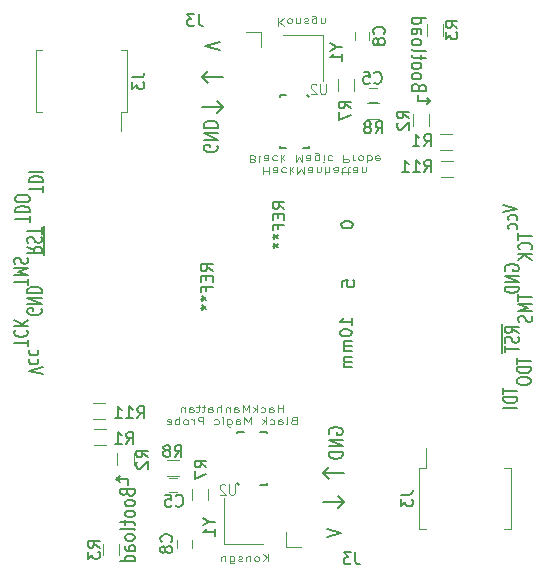
<source format=gbo>
%TF.GenerationSoftware,KiCad,Pcbnew,4.0.6*%
%TF.CreationDate,2017-04-20T11:48:03-04:00*%
%TF.ProjectId,Panel,50616E656C2E6B696361645F70636200,rev?*%
%TF.FileFunction,Legend,Bot*%
%FSLAX46Y46*%
G04 Gerber Fmt 4.6, Leading zero omitted, Abs format (unit mm)*
G04 Created by KiCad (PCBNEW 4.0.6) date Thu Apr 20 11:48:03 2017*
%MOMM*%
%LPD*%
G01*
G04 APERTURE LIST*
%ADD10C,0.100000*%
%ADD11C,0.150000*%
%ADD12C,0.120000*%
%ADD13C,0.200000*%
%ADD14C,0.203200*%
G04 APERTURE END LIST*
D10*
D11*
X143307857Y-126143143D02*
X142736429Y-125843143D01*
X143307857Y-125628858D02*
X142107857Y-125628858D01*
X142107857Y-125971715D01*
X142165000Y-126057429D01*
X142222143Y-126100286D01*
X142336429Y-126143143D01*
X142507857Y-126143143D01*
X142622143Y-126100286D01*
X142679286Y-126057429D01*
X142736429Y-125971715D01*
X142736429Y-125628858D01*
X143250714Y-126486001D02*
X143307857Y-126614572D01*
X143307857Y-126828858D01*
X143250714Y-126914572D01*
X143193571Y-126957429D01*
X143079286Y-127000286D01*
X142965000Y-127000286D01*
X142850714Y-126957429D01*
X142793571Y-126914572D01*
X142736429Y-126828858D01*
X142679286Y-126657429D01*
X142622143Y-126571715D01*
X142565000Y-126528858D01*
X142450714Y-126486001D01*
X142336429Y-126486001D01*
X142222143Y-126528858D01*
X142165000Y-126571715D01*
X142107857Y-126657429D01*
X142107857Y-126871715D01*
X142165000Y-127000286D01*
X142107857Y-127257429D02*
X142107857Y-127771715D01*
X143307857Y-127514572D02*
X142107857Y-127514572D01*
X141901000Y-125414572D02*
X141901000Y-127857429D01*
X141980857Y-130794572D02*
X141980857Y-131308858D01*
X143180857Y-131051715D02*
X141980857Y-131051715D01*
X143180857Y-131608858D02*
X141980857Y-131608858D01*
X141980857Y-131823143D01*
X142038000Y-131951715D01*
X142152286Y-132037429D01*
X142266571Y-132080286D01*
X142495143Y-132123143D01*
X142666571Y-132123143D01*
X142895143Y-132080286D01*
X143009429Y-132037429D01*
X143123714Y-131951715D01*
X143180857Y-131823143D01*
X143180857Y-131608858D01*
X143180857Y-132508858D02*
X141980857Y-132508858D01*
X143250857Y-122896000D02*
X143250857Y-123410286D01*
X144450857Y-123153143D02*
X143250857Y-123153143D01*
X144450857Y-123710286D02*
X143250857Y-123710286D01*
X144108000Y-124010286D01*
X143250857Y-124310286D01*
X144450857Y-124310286D01*
X144393714Y-124696000D02*
X144450857Y-124824571D01*
X144450857Y-125038857D01*
X144393714Y-125124571D01*
X144336571Y-125167428D01*
X144222286Y-125210285D01*
X144108000Y-125210285D01*
X143993714Y-125167428D01*
X143936571Y-125124571D01*
X143879429Y-125038857D01*
X143822286Y-124867428D01*
X143765143Y-124781714D01*
X143708000Y-124738857D01*
X143593714Y-124696000D01*
X143479429Y-124696000D01*
X143365143Y-124738857D01*
X143308000Y-124781714D01*
X143250857Y-124867428D01*
X143250857Y-125081714D01*
X143308000Y-125210285D01*
X143123857Y-128251429D02*
X143123857Y-128765715D01*
X144323857Y-128508572D02*
X143123857Y-128508572D01*
X144323857Y-129065715D02*
X143123857Y-129065715D01*
X143123857Y-129280000D01*
X143181000Y-129408572D01*
X143295286Y-129494286D01*
X143409571Y-129537143D01*
X143638143Y-129580000D01*
X143809571Y-129580000D01*
X144038143Y-129537143D01*
X144152429Y-129494286D01*
X144266714Y-129408572D01*
X144323857Y-129280000D01*
X144323857Y-129065715D01*
X143123857Y-130137143D02*
X143123857Y-130308572D01*
X143181000Y-130394286D01*
X143295286Y-130480000D01*
X143523857Y-130522858D01*
X143923857Y-130522858D01*
X144152429Y-130480000D01*
X144266714Y-130394286D01*
X144323857Y-130308572D01*
X144323857Y-130137143D01*
X144266714Y-130051429D01*
X144152429Y-129965715D01*
X143923857Y-129922858D01*
X143523857Y-129922858D01*
X143295286Y-129965715D01*
X143181000Y-130051429D01*
X143123857Y-130137143D01*
X142165000Y-120870286D02*
X142107857Y-120784572D01*
X142107857Y-120656001D01*
X142165000Y-120527429D01*
X142279286Y-120441715D01*
X142393571Y-120398858D01*
X142622143Y-120356001D01*
X142793571Y-120356001D01*
X143022143Y-120398858D01*
X143136429Y-120441715D01*
X143250714Y-120527429D01*
X143307857Y-120656001D01*
X143307857Y-120741715D01*
X143250714Y-120870286D01*
X143193571Y-120913143D01*
X142793571Y-120913143D01*
X142793571Y-120741715D01*
X143307857Y-121298858D02*
X142107857Y-121298858D01*
X143307857Y-121813143D01*
X142107857Y-121813143D01*
X143307857Y-122241715D02*
X142107857Y-122241715D01*
X142107857Y-122456000D01*
X142165000Y-122584572D01*
X142279286Y-122670286D01*
X142393571Y-122713143D01*
X142622143Y-122756000D01*
X142793571Y-122756000D01*
X143022143Y-122713143D01*
X143136429Y-122670286D01*
X143250714Y-122584572D01*
X143307857Y-122456000D01*
X143307857Y-122241715D01*
X143250857Y-117731857D02*
X143250857Y-118246143D01*
X144450857Y-117989000D02*
X143250857Y-117989000D01*
X144336571Y-119060428D02*
X144393714Y-119017571D01*
X144450857Y-118889000D01*
X144450857Y-118803286D01*
X144393714Y-118674714D01*
X144279429Y-118589000D01*
X144165143Y-118546143D01*
X143936571Y-118503286D01*
X143765143Y-118503286D01*
X143536571Y-118546143D01*
X143422286Y-118589000D01*
X143308000Y-118674714D01*
X143250857Y-118803286D01*
X143250857Y-118889000D01*
X143308000Y-119017571D01*
X143365143Y-119060428D01*
X144450857Y-119446143D02*
X143250857Y-119446143D01*
X144450857Y-119960428D02*
X143765143Y-119574714D01*
X143250857Y-119960428D02*
X143936571Y-119446143D01*
X141980857Y-115328571D02*
X143180857Y-115628571D01*
X141980857Y-115928571D01*
X143123714Y-116614286D02*
X143180857Y-116528572D01*
X143180857Y-116357143D01*
X143123714Y-116271429D01*
X143066571Y-116228572D01*
X142952286Y-116185715D01*
X142609429Y-116185715D01*
X142495143Y-116228572D01*
X142438000Y-116271429D01*
X142380857Y-116357143D01*
X142380857Y-116528572D01*
X142438000Y-116614286D01*
X143123714Y-117385715D02*
X143180857Y-117300001D01*
X143180857Y-117128572D01*
X143123714Y-117042858D01*
X143066571Y-117000001D01*
X142952286Y-116957144D01*
X142609429Y-116957144D01*
X142495143Y-117000001D01*
X142438000Y-117042858D01*
X142380857Y-117128572D01*
X142380857Y-117300001D01*
X142438000Y-117385715D01*
X103019143Y-129671429D02*
X101819143Y-129371429D01*
X103019143Y-129071429D01*
X101876286Y-128385714D02*
X101819143Y-128471428D01*
X101819143Y-128642857D01*
X101876286Y-128728571D01*
X101933429Y-128771428D01*
X102047714Y-128814285D01*
X102390571Y-128814285D01*
X102504857Y-128771428D01*
X102562000Y-128728571D01*
X102619143Y-128642857D01*
X102619143Y-128471428D01*
X102562000Y-128385714D01*
X101876286Y-127614285D02*
X101819143Y-127699999D01*
X101819143Y-127871428D01*
X101876286Y-127957142D01*
X101933429Y-127999999D01*
X102047714Y-128042856D01*
X102390571Y-128042856D01*
X102504857Y-127999999D01*
X102562000Y-127957142D01*
X102619143Y-127871428D01*
X102619143Y-127699999D01*
X102562000Y-127614285D01*
X101749143Y-127268143D02*
X101749143Y-126753857D01*
X100549143Y-127011000D02*
X101749143Y-127011000D01*
X100663429Y-125939572D02*
X100606286Y-125982429D01*
X100549143Y-126111000D01*
X100549143Y-126196714D01*
X100606286Y-126325286D01*
X100720571Y-126411000D01*
X100834857Y-126453857D01*
X101063429Y-126496714D01*
X101234857Y-126496714D01*
X101463429Y-126453857D01*
X101577714Y-126411000D01*
X101692000Y-126325286D01*
X101749143Y-126196714D01*
X101749143Y-126111000D01*
X101692000Y-125982429D01*
X101634857Y-125939572D01*
X100549143Y-125553857D02*
X101749143Y-125553857D01*
X100549143Y-125039572D02*
X101234857Y-125425286D01*
X101749143Y-125039572D02*
X101063429Y-125553857D01*
X102835000Y-124129714D02*
X102892143Y-124215428D01*
X102892143Y-124343999D01*
X102835000Y-124472571D01*
X102720714Y-124558285D01*
X102606429Y-124601142D01*
X102377857Y-124643999D01*
X102206429Y-124643999D01*
X101977857Y-124601142D01*
X101863571Y-124558285D01*
X101749286Y-124472571D01*
X101692143Y-124343999D01*
X101692143Y-124258285D01*
X101749286Y-124129714D01*
X101806429Y-124086857D01*
X102206429Y-124086857D01*
X102206429Y-124258285D01*
X101692143Y-123701142D02*
X102892143Y-123701142D01*
X101692143Y-123186857D01*
X102892143Y-123186857D01*
X101692143Y-122758285D02*
X102892143Y-122758285D01*
X102892143Y-122544000D01*
X102835000Y-122415428D01*
X102720714Y-122329714D01*
X102606429Y-122286857D01*
X102377857Y-122244000D01*
X102206429Y-122244000D01*
X101977857Y-122286857D01*
X101863571Y-122329714D01*
X101749286Y-122415428D01*
X101692143Y-122544000D01*
X101692143Y-122758285D01*
X101749143Y-122104000D02*
X101749143Y-121589714D01*
X100549143Y-121846857D02*
X101749143Y-121846857D01*
X100549143Y-121289714D02*
X101749143Y-121289714D01*
X100892000Y-120989714D01*
X101749143Y-120689714D01*
X100549143Y-120689714D01*
X100606286Y-120304000D02*
X100549143Y-120175429D01*
X100549143Y-119961143D01*
X100606286Y-119875429D01*
X100663429Y-119832572D01*
X100777714Y-119789715D01*
X100892000Y-119789715D01*
X101006286Y-119832572D01*
X101063429Y-119875429D01*
X101120571Y-119961143D01*
X101177714Y-120132572D01*
X101234857Y-120218286D01*
X101292000Y-120261143D01*
X101406286Y-120304000D01*
X101520571Y-120304000D01*
X101634857Y-120261143D01*
X101692000Y-120218286D01*
X101749143Y-120132572D01*
X101749143Y-119918286D01*
X101692000Y-119789715D01*
X101692143Y-118856857D02*
X102263571Y-119156857D01*
X101692143Y-119371142D02*
X102892143Y-119371142D01*
X102892143Y-119028285D01*
X102835000Y-118942571D01*
X102777857Y-118899714D01*
X102663571Y-118856857D01*
X102492143Y-118856857D01*
X102377857Y-118899714D01*
X102320714Y-118942571D01*
X102263571Y-119028285D01*
X102263571Y-119371142D01*
X101749286Y-118513999D02*
X101692143Y-118385428D01*
X101692143Y-118171142D01*
X101749286Y-118085428D01*
X101806429Y-118042571D01*
X101920714Y-117999714D01*
X102035000Y-117999714D01*
X102149286Y-118042571D01*
X102206429Y-118085428D01*
X102263571Y-118171142D01*
X102320714Y-118342571D01*
X102377857Y-118428285D01*
X102435000Y-118471142D01*
X102549286Y-118513999D01*
X102663571Y-118513999D01*
X102777857Y-118471142D01*
X102835000Y-118428285D01*
X102892143Y-118342571D01*
X102892143Y-118128285D01*
X102835000Y-117999714D01*
X102892143Y-117742571D02*
X102892143Y-117228285D01*
X101692143Y-117485428D02*
X102892143Y-117485428D01*
X103099000Y-119585428D02*
X103099000Y-117142571D01*
X101876143Y-116748571D02*
X101876143Y-116234285D01*
X100676143Y-116491428D02*
X101876143Y-116491428D01*
X100676143Y-115934285D02*
X101876143Y-115934285D01*
X101876143Y-115720000D01*
X101819000Y-115591428D01*
X101704714Y-115505714D01*
X101590429Y-115462857D01*
X101361857Y-115420000D01*
X101190429Y-115420000D01*
X100961857Y-115462857D01*
X100847571Y-115505714D01*
X100733286Y-115591428D01*
X100676143Y-115720000D01*
X100676143Y-115934285D01*
X101876143Y-114862857D02*
X101876143Y-114691428D01*
X101819000Y-114605714D01*
X101704714Y-114520000D01*
X101476143Y-114477142D01*
X101076143Y-114477142D01*
X100847571Y-114520000D01*
X100733286Y-114605714D01*
X100676143Y-114691428D01*
X100676143Y-114862857D01*
X100733286Y-114948571D01*
X100847571Y-115034285D01*
X101076143Y-115077142D01*
X101476143Y-115077142D01*
X101704714Y-115034285D01*
X101819000Y-114948571D01*
X101876143Y-114862857D01*
X103019143Y-114205428D02*
X103019143Y-113691142D01*
X101819143Y-113948285D02*
X103019143Y-113948285D01*
X101819143Y-113391142D02*
X103019143Y-113391142D01*
X103019143Y-113176857D01*
X102962000Y-113048285D01*
X102847714Y-112962571D01*
X102733429Y-112919714D01*
X102504857Y-112876857D01*
X102333429Y-112876857D01*
X102104857Y-112919714D01*
X101990571Y-112962571D01*
X101876286Y-113048285D01*
X101819143Y-113176857D01*
X101819143Y-113391142D01*
X101819143Y-112491142D02*
X103019143Y-112491142D01*
D12*
X122080953Y-145471429D02*
X122080953Y-144871429D01*
X121623810Y-145471429D02*
X121966667Y-145128571D01*
X121623810Y-144871429D02*
X122080953Y-145214286D01*
X121166667Y-145471429D02*
X121242858Y-145442857D01*
X121280953Y-145414286D01*
X121319048Y-145357143D01*
X121319048Y-145185714D01*
X121280953Y-145128571D01*
X121242858Y-145100000D01*
X121166667Y-145071429D01*
X121052381Y-145071429D01*
X120976191Y-145100000D01*
X120938096Y-145128571D01*
X120900000Y-145185714D01*
X120900000Y-145357143D01*
X120938096Y-145414286D01*
X120976191Y-145442857D01*
X121052381Y-145471429D01*
X121166667Y-145471429D01*
X120557143Y-145071429D02*
X120557143Y-145471429D01*
X120557143Y-145128571D02*
X120519048Y-145100000D01*
X120442857Y-145071429D01*
X120328571Y-145071429D01*
X120252381Y-145100000D01*
X120214286Y-145157143D01*
X120214286Y-145471429D01*
X119871428Y-145442857D02*
X119795238Y-145471429D01*
X119642857Y-145471429D01*
X119566666Y-145442857D01*
X119528571Y-145385714D01*
X119528571Y-145357143D01*
X119566666Y-145300000D01*
X119642857Y-145271429D01*
X119757142Y-145271429D01*
X119833333Y-145242857D01*
X119871428Y-145185714D01*
X119871428Y-145157143D01*
X119833333Y-145100000D01*
X119757142Y-145071429D01*
X119642857Y-145071429D01*
X119566666Y-145100000D01*
X118842857Y-145071429D02*
X118842857Y-145557143D01*
X118880952Y-145614286D01*
X118919047Y-145642857D01*
X118995238Y-145671429D01*
X119109523Y-145671429D01*
X119185714Y-145642857D01*
X118842857Y-145442857D02*
X118919047Y-145471429D01*
X119071428Y-145471429D01*
X119147619Y-145442857D01*
X119185714Y-145414286D01*
X119223809Y-145357143D01*
X119223809Y-145185714D01*
X119185714Y-145128571D01*
X119147619Y-145100000D01*
X119071428Y-145071429D01*
X118919047Y-145071429D01*
X118842857Y-145100000D01*
X118461904Y-145071429D02*
X118461904Y-145471429D01*
X118461904Y-145128571D02*
X118423809Y-145100000D01*
X118347618Y-145071429D01*
X118233332Y-145071429D01*
X118157142Y-145100000D01*
X118119047Y-145157143D01*
X118119047Y-145471429D01*
X123342859Y-132861429D02*
X123342859Y-132261429D01*
X123342859Y-132547143D02*
X122885716Y-132547143D01*
X122885716Y-132861429D02*
X122885716Y-132261429D01*
X122161907Y-132861429D02*
X122161907Y-132547143D01*
X122200002Y-132490000D01*
X122276192Y-132461429D01*
X122428573Y-132461429D01*
X122504764Y-132490000D01*
X122161907Y-132832857D02*
X122238097Y-132861429D01*
X122428573Y-132861429D01*
X122504764Y-132832857D01*
X122542859Y-132775714D01*
X122542859Y-132718571D01*
X122504764Y-132661429D01*
X122428573Y-132632857D01*
X122238097Y-132632857D01*
X122161907Y-132604286D01*
X121438097Y-132832857D02*
X121514287Y-132861429D01*
X121666668Y-132861429D01*
X121742859Y-132832857D01*
X121780954Y-132804286D01*
X121819049Y-132747143D01*
X121819049Y-132575714D01*
X121780954Y-132518571D01*
X121742859Y-132490000D01*
X121666668Y-132461429D01*
X121514287Y-132461429D01*
X121438097Y-132490000D01*
X121095240Y-132861429D02*
X121095240Y-132261429D01*
X121019049Y-132632857D02*
X120790478Y-132861429D01*
X120790478Y-132461429D02*
X121095240Y-132690000D01*
X120447621Y-132861429D02*
X120447621Y-132261429D01*
X120180954Y-132690000D01*
X119914287Y-132261429D01*
X119914287Y-132861429D01*
X119190478Y-132861429D02*
X119190478Y-132547143D01*
X119228573Y-132490000D01*
X119304763Y-132461429D01*
X119457144Y-132461429D01*
X119533335Y-132490000D01*
X119190478Y-132832857D02*
X119266668Y-132861429D01*
X119457144Y-132861429D01*
X119533335Y-132832857D01*
X119571430Y-132775714D01*
X119571430Y-132718571D01*
X119533335Y-132661429D01*
X119457144Y-132632857D01*
X119266668Y-132632857D01*
X119190478Y-132604286D01*
X118809525Y-132461429D02*
X118809525Y-132861429D01*
X118809525Y-132518571D02*
X118771430Y-132490000D01*
X118695239Y-132461429D01*
X118580953Y-132461429D01*
X118504763Y-132490000D01*
X118466668Y-132547143D01*
X118466668Y-132861429D01*
X118085715Y-132861429D02*
X118085715Y-132261429D01*
X117742858Y-132861429D02*
X117742858Y-132547143D01*
X117780953Y-132490000D01*
X117857143Y-132461429D01*
X117971429Y-132461429D01*
X118047620Y-132490000D01*
X118085715Y-132518571D01*
X117019048Y-132861429D02*
X117019048Y-132547143D01*
X117057143Y-132490000D01*
X117133333Y-132461429D01*
X117285714Y-132461429D01*
X117361905Y-132490000D01*
X117019048Y-132832857D02*
X117095238Y-132861429D01*
X117285714Y-132861429D01*
X117361905Y-132832857D01*
X117400000Y-132775714D01*
X117400000Y-132718571D01*
X117361905Y-132661429D01*
X117285714Y-132632857D01*
X117095238Y-132632857D01*
X117019048Y-132604286D01*
X116752381Y-132461429D02*
X116447619Y-132461429D01*
X116638095Y-132261429D02*
X116638095Y-132775714D01*
X116600000Y-132832857D01*
X116523809Y-132861429D01*
X116447619Y-132861429D01*
X116295238Y-132461429D02*
X115990476Y-132461429D01*
X116180952Y-132261429D02*
X116180952Y-132775714D01*
X116142857Y-132832857D01*
X116066666Y-132861429D01*
X115990476Y-132861429D01*
X115380952Y-132861429D02*
X115380952Y-132547143D01*
X115419047Y-132490000D01*
X115495237Y-132461429D01*
X115647618Y-132461429D01*
X115723809Y-132490000D01*
X115380952Y-132832857D02*
X115457142Y-132861429D01*
X115647618Y-132861429D01*
X115723809Y-132832857D01*
X115761904Y-132775714D01*
X115761904Y-132718571D01*
X115723809Y-132661429D01*
X115647618Y-132632857D01*
X115457142Y-132632857D01*
X115380952Y-132604286D01*
X114999999Y-132461429D02*
X114999999Y-132861429D01*
X114999999Y-132518571D02*
X114961904Y-132490000D01*
X114885713Y-132461429D01*
X114771427Y-132461429D01*
X114695237Y-132490000D01*
X114657142Y-132547143D01*
X114657142Y-132861429D01*
X124219048Y-133567143D02*
X124104762Y-133595714D01*
X124066667Y-133624286D01*
X124028572Y-133681429D01*
X124028572Y-133767143D01*
X124066667Y-133824286D01*
X124104762Y-133852857D01*
X124180953Y-133881429D01*
X124485715Y-133881429D01*
X124485715Y-133281429D01*
X124219048Y-133281429D01*
X124142858Y-133310000D01*
X124104762Y-133338571D01*
X124066667Y-133395714D01*
X124066667Y-133452857D01*
X124104762Y-133510000D01*
X124142858Y-133538571D01*
X124219048Y-133567143D01*
X124485715Y-133567143D01*
X123571429Y-133881429D02*
X123647620Y-133852857D01*
X123685715Y-133795714D01*
X123685715Y-133281429D01*
X122923810Y-133881429D02*
X122923810Y-133567143D01*
X122961905Y-133510000D01*
X123038095Y-133481429D01*
X123190476Y-133481429D01*
X123266667Y-133510000D01*
X122923810Y-133852857D02*
X123000000Y-133881429D01*
X123190476Y-133881429D01*
X123266667Y-133852857D01*
X123304762Y-133795714D01*
X123304762Y-133738571D01*
X123266667Y-133681429D01*
X123190476Y-133652857D01*
X123000000Y-133652857D01*
X122923810Y-133624286D01*
X122200000Y-133852857D02*
X122276190Y-133881429D01*
X122428571Y-133881429D01*
X122504762Y-133852857D01*
X122542857Y-133824286D01*
X122580952Y-133767143D01*
X122580952Y-133595714D01*
X122542857Y-133538571D01*
X122504762Y-133510000D01*
X122428571Y-133481429D01*
X122276190Y-133481429D01*
X122200000Y-133510000D01*
X121857143Y-133881429D02*
X121857143Y-133281429D01*
X121780952Y-133652857D02*
X121552381Y-133881429D01*
X121552381Y-133481429D02*
X121857143Y-133710000D01*
X120600000Y-133881429D02*
X120600000Y-133281429D01*
X120333333Y-133710000D01*
X120066666Y-133281429D01*
X120066666Y-133881429D01*
X119342857Y-133881429D02*
X119342857Y-133567143D01*
X119380952Y-133510000D01*
X119457142Y-133481429D01*
X119609523Y-133481429D01*
X119685714Y-133510000D01*
X119342857Y-133852857D02*
X119419047Y-133881429D01*
X119609523Y-133881429D01*
X119685714Y-133852857D01*
X119723809Y-133795714D01*
X119723809Y-133738571D01*
X119685714Y-133681429D01*
X119609523Y-133652857D01*
X119419047Y-133652857D01*
X119342857Y-133624286D01*
X118619047Y-133481429D02*
X118619047Y-133967143D01*
X118657142Y-134024286D01*
X118695237Y-134052857D01*
X118771428Y-134081429D01*
X118885713Y-134081429D01*
X118961904Y-134052857D01*
X118619047Y-133852857D02*
X118695237Y-133881429D01*
X118847618Y-133881429D01*
X118923809Y-133852857D01*
X118961904Y-133824286D01*
X118999999Y-133767143D01*
X118999999Y-133595714D01*
X118961904Y-133538571D01*
X118923809Y-133510000D01*
X118847618Y-133481429D01*
X118695237Y-133481429D01*
X118619047Y-133510000D01*
X118238094Y-133881429D02*
X118238094Y-133481429D01*
X118238094Y-133281429D02*
X118276189Y-133310000D01*
X118238094Y-133338571D01*
X118199999Y-133310000D01*
X118238094Y-133281429D01*
X118238094Y-133338571D01*
X117514285Y-133852857D02*
X117590475Y-133881429D01*
X117742856Y-133881429D01*
X117819047Y-133852857D01*
X117857142Y-133824286D01*
X117895237Y-133767143D01*
X117895237Y-133595714D01*
X117857142Y-133538571D01*
X117819047Y-133510000D01*
X117742856Y-133481429D01*
X117590475Y-133481429D01*
X117514285Y-133510000D01*
X116561904Y-133881429D02*
X116561904Y-133281429D01*
X116257142Y-133281429D01*
X116180951Y-133310000D01*
X116142856Y-133338571D01*
X116104761Y-133395714D01*
X116104761Y-133481429D01*
X116142856Y-133538571D01*
X116180951Y-133567143D01*
X116257142Y-133595714D01*
X116561904Y-133595714D01*
X115761904Y-133881429D02*
X115761904Y-133481429D01*
X115761904Y-133595714D02*
X115723809Y-133538571D01*
X115685713Y-133510000D01*
X115609523Y-133481429D01*
X115533332Y-133481429D01*
X115152380Y-133881429D02*
X115228571Y-133852857D01*
X115266666Y-133824286D01*
X115304761Y-133767143D01*
X115304761Y-133595714D01*
X115266666Y-133538571D01*
X115228571Y-133510000D01*
X115152380Y-133481429D01*
X115038094Y-133481429D01*
X114961904Y-133510000D01*
X114923809Y-133538571D01*
X114885713Y-133595714D01*
X114885713Y-133767143D01*
X114923809Y-133824286D01*
X114961904Y-133852857D01*
X115038094Y-133881429D01*
X115152380Y-133881429D01*
X114542856Y-133881429D02*
X114542856Y-133281429D01*
X114542856Y-133510000D02*
X114466665Y-133481429D01*
X114314284Y-133481429D01*
X114238094Y-133510000D01*
X114199999Y-133538571D01*
X114161903Y-133595714D01*
X114161903Y-133767143D01*
X114199999Y-133824286D01*
X114238094Y-133852857D01*
X114314284Y-133881429D01*
X114466665Y-133881429D01*
X114542856Y-133852857D01*
X113514284Y-133852857D02*
X113590474Y-133881429D01*
X113742855Y-133881429D01*
X113819046Y-133852857D01*
X113857141Y-133795714D01*
X113857141Y-133567143D01*
X113819046Y-133510000D01*
X113742855Y-133481429D01*
X113590474Y-133481429D01*
X113514284Y-133510000D01*
X113476189Y-133567143D01*
X113476189Y-133624286D01*
X113857141Y-133681429D01*
D13*
X126750000Y-138000000D02*
X127250000Y-138500000D01*
X126750000Y-138000000D02*
X127250000Y-137500000D01*
X126750000Y-138000000D02*
X128500000Y-138000000D01*
X128500000Y-140500000D02*
X128000000Y-141000000D01*
X128500000Y-140500000D02*
X128000000Y-140000000D01*
X126750000Y-140500000D02*
X128500000Y-140500000D01*
X127042857Y-142791667D02*
X128242857Y-143125000D01*
X127042857Y-143458334D01*
X127250000Y-134713096D02*
X127192857Y-134617858D01*
X127192857Y-134475001D01*
X127250000Y-134332143D01*
X127364286Y-134236905D01*
X127478571Y-134189286D01*
X127707143Y-134141667D01*
X127878571Y-134141667D01*
X128107143Y-134189286D01*
X128221429Y-134236905D01*
X128335714Y-134332143D01*
X128392857Y-134475001D01*
X128392857Y-134570239D01*
X128335714Y-134713096D01*
X128278571Y-134760715D01*
X127878571Y-134760715D01*
X127878571Y-134570239D01*
X128392857Y-135189286D02*
X127192857Y-135189286D01*
X128392857Y-135760715D01*
X127192857Y-135760715D01*
X128392857Y-136236905D02*
X127192857Y-136236905D01*
X127192857Y-136475000D01*
X127250000Y-136617858D01*
X127364286Y-136713096D01*
X127478571Y-136760715D01*
X127707143Y-136808334D01*
X127878571Y-136808334D01*
X128107143Y-136760715D01*
X128221429Y-136713096D01*
X128335714Y-136617858D01*
X128392857Y-136475000D01*
X128392857Y-136236905D01*
X109200000Y-138500000D02*
X109500000Y-138750000D01*
X109200000Y-138500000D02*
X109500000Y-138250000D01*
X110250000Y-138500000D02*
X110250000Y-139025000D01*
X109200000Y-138500000D02*
X110250000Y-138500000D01*
X110139286Y-139686905D02*
X110196429Y-139829762D01*
X110253571Y-139877381D01*
X110367857Y-139925000D01*
X110539286Y-139925000D01*
X110653571Y-139877381D01*
X110710714Y-139829762D01*
X110767857Y-139734524D01*
X110767857Y-139353571D01*
X109567857Y-139353571D01*
X109567857Y-139686905D01*
X109625000Y-139782143D01*
X109682143Y-139829762D01*
X109796429Y-139877381D01*
X109910714Y-139877381D01*
X110025000Y-139829762D01*
X110082143Y-139782143D01*
X110139286Y-139686905D01*
X110139286Y-139353571D01*
X110767857Y-140496428D02*
X110710714Y-140401190D01*
X110653571Y-140353571D01*
X110539286Y-140305952D01*
X110196429Y-140305952D01*
X110082143Y-140353571D01*
X110025000Y-140401190D01*
X109967857Y-140496428D01*
X109967857Y-140639286D01*
X110025000Y-140734524D01*
X110082143Y-140782143D01*
X110196429Y-140829762D01*
X110539286Y-140829762D01*
X110653571Y-140782143D01*
X110710714Y-140734524D01*
X110767857Y-140639286D01*
X110767857Y-140496428D01*
X110767857Y-141401190D02*
X110710714Y-141305952D01*
X110653571Y-141258333D01*
X110539286Y-141210714D01*
X110196429Y-141210714D01*
X110082143Y-141258333D01*
X110025000Y-141305952D01*
X109967857Y-141401190D01*
X109967857Y-141544048D01*
X110025000Y-141639286D01*
X110082143Y-141686905D01*
X110196429Y-141734524D01*
X110539286Y-141734524D01*
X110653571Y-141686905D01*
X110710714Y-141639286D01*
X110767857Y-141544048D01*
X110767857Y-141401190D01*
X109967857Y-142020238D02*
X109967857Y-142401190D01*
X109567857Y-142163095D02*
X110596429Y-142163095D01*
X110710714Y-142210714D01*
X110767857Y-142305952D01*
X110767857Y-142401190D01*
X110767857Y-142877381D02*
X110710714Y-142782143D01*
X110596429Y-142734524D01*
X109567857Y-142734524D01*
X110767857Y-143401191D02*
X110710714Y-143305953D01*
X110653571Y-143258334D01*
X110539286Y-143210715D01*
X110196429Y-143210715D01*
X110082143Y-143258334D01*
X110025000Y-143305953D01*
X109967857Y-143401191D01*
X109967857Y-143544049D01*
X110025000Y-143639287D01*
X110082143Y-143686906D01*
X110196429Y-143734525D01*
X110539286Y-143734525D01*
X110653571Y-143686906D01*
X110710714Y-143639287D01*
X110767857Y-143544049D01*
X110767857Y-143401191D01*
X110767857Y-144591668D02*
X110139286Y-144591668D01*
X110025000Y-144544049D01*
X109967857Y-144448811D01*
X109967857Y-144258334D01*
X110025000Y-144163096D01*
X110710714Y-144591668D02*
X110767857Y-144496430D01*
X110767857Y-144258334D01*
X110710714Y-144163096D01*
X110596429Y-144115477D01*
X110482143Y-144115477D01*
X110367857Y-144163096D01*
X110310714Y-144258334D01*
X110310714Y-144496430D01*
X110253571Y-144591668D01*
X110767857Y-145496430D02*
X109567857Y-145496430D01*
X110710714Y-145496430D02*
X110767857Y-145401192D01*
X110767857Y-145210715D01*
X110710714Y-145115477D01*
X110653571Y-145067858D01*
X110539286Y-145020239D01*
X110196429Y-145020239D01*
X110082143Y-145067858D01*
X110025000Y-145115477D01*
X109967857Y-145210715D01*
X109967857Y-145401192D01*
X110025000Y-145496430D01*
D12*
X122919047Y-99528571D02*
X122919047Y-100128571D01*
X123376190Y-99528571D02*
X123033333Y-99871429D01*
X123376190Y-100128571D02*
X122919047Y-99785714D01*
X123833333Y-99528571D02*
X123757142Y-99557143D01*
X123719047Y-99585714D01*
X123680952Y-99642857D01*
X123680952Y-99814286D01*
X123719047Y-99871429D01*
X123757142Y-99900000D01*
X123833333Y-99928571D01*
X123947619Y-99928571D01*
X124023809Y-99900000D01*
X124061904Y-99871429D01*
X124100000Y-99814286D01*
X124100000Y-99642857D01*
X124061904Y-99585714D01*
X124023809Y-99557143D01*
X123947619Y-99528571D01*
X123833333Y-99528571D01*
X124442857Y-99928571D02*
X124442857Y-99528571D01*
X124442857Y-99871429D02*
X124480952Y-99900000D01*
X124557143Y-99928571D01*
X124671429Y-99928571D01*
X124747619Y-99900000D01*
X124785714Y-99842857D01*
X124785714Y-99528571D01*
X125128572Y-99557143D02*
X125204762Y-99528571D01*
X125357143Y-99528571D01*
X125433334Y-99557143D01*
X125471429Y-99614286D01*
X125471429Y-99642857D01*
X125433334Y-99700000D01*
X125357143Y-99728571D01*
X125242858Y-99728571D01*
X125166667Y-99757143D01*
X125128572Y-99814286D01*
X125128572Y-99842857D01*
X125166667Y-99900000D01*
X125242858Y-99928571D01*
X125357143Y-99928571D01*
X125433334Y-99900000D01*
X126157143Y-99928571D02*
X126157143Y-99442857D01*
X126119048Y-99385714D01*
X126080953Y-99357143D01*
X126004762Y-99328571D01*
X125890477Y-99328571D01*
X125814286Y-99357143D01*
X126157143Y-99557143D02*
X126080953Y-99528571D01*
X125928572Y-99528571D01*
X125852381Y-99557143D01*
X125814286Y-99585714D01*
X125776191Y-99642857D01*
X125776191Y-99814286D01*
X125814286Y-99871429D01*
X125852381Y-99900000D01*
X125928572Y-99928571D01*
X126080953Y-99928571D01*
X126157143Y-99900000D01*
X126538096Y-99928571D02*
X126538096Y-99528571D01*
X126538096Y-99871429D02*
X126576191Y-99900000D01*
X126652382Y-99928571D01*
X126766668Y-99928571D01*
X126842858Y-99900000D01*
X126880953Y-99842857D01*
X126880953Y-99528571D01*
X121657141Y-112138571D02*
X121657141Y-112738571D01*
X121657141Y-112452857D02*
X122114284Y-112452857D01*
X122114284Y-112138571D02*
X122114284Y-112738571D01*
X122838093Y-112138571D02*
X122838093Y-112452857D01*
X122799998Y-112510000D01*
X122723808Y-112538571D01*
X122571427Y-112538571D01*
X122495236Y-112510000D01*
X122838093Y-112167143D02*
X122761903Y-112138571D01*
X122571427Y-112138571D01*
X122495236Y-112167143D01*
X122457141Y-112224286D01*
X122457141Y-112281429D01*
X122495236Y-112338571D01*
X122571427Y-112367143D01*
X122761903Y-112367143D01*
X122838093Y-112395714D01*
X123561903Y-112167143D02*
X123485713Y-112138571D01*
X123333332Y-112138571D01*
X123257141Y-112167143D01*
X123219046Y-112195714D01*
X123180951Y-112252857D01*
X123180951Y-112424286D01*
X123219046Y-112481429D01*
X123257141Y-112510000D01*
X123333332Y-112538571D01*
X123485713Y-112538571D01*
X123561903Y-112510000D01*
X123904760Y-112138571D02*
X123904760Y-112738571D01*
X123980951Y-112367143D02*
X124209522Y-112138571D01*
X124209522Y-112538571D02*
X123904760Y-112310000D01*
X124552379Y-112138571D02*
X124552379Y-112738571D01*
X124819046Y-112310000D01*
X125085713Y-112738571D01*
X125085713Y-112138571D01*
X125809522Y-112138571D02*
X125809522Y-112452857D01*
X125771427Y-112510000D01*
X125695237Y-112538571D01*
X125542856Y-112538571D01*
X125466665Y-112510000D01*
X125809522Y-112167143D02*
X125733332Y-112138571D01*
X125542856Y-112138571D01*
X125466665Y-112167143D01*
X125428570Y-112224286D01*
X125428570Y-112281429D01*
X125466665Y-112338571D01*
X125542856Y-112367143D01*
X125733332Y-112367143D01*
X125809522Y-112395714D01*
X126190475Y-112538571D02*
X126190475Y-112138571D01*
X126190475Y-112481429D02*
X126228570Y-112510000D01*
X126304761Y-112538571D01*
X126419047Y-112538571D01*
X126495237Y-112510000D01*
X126533332Y-112452857D01*
X126533332Y-112138571D01*
X126914285Y-112138571D02*
X126914285Y-112738571D01*
X127257142Y-112138571D02*
X127257142Y-112452857D01*
X127219047Y-112510000D01*
X127142857Y-112538571D01*
X127028571Y-112538571D01*
X126952380Y-112510000D01*
X126914285Y-112481429D01*
X127980952Y-112138571D02*
X127980952Y-112452857D01*
X127942857Y-112510000D01*
X127866667Y-112538571D01*
X127714286Y-112538571D01*
X127638095Y-112510000D01*
X127980952Y-112167143D02*
X127904762Y-112138571D01*
X127714286Y-112138571D01*
X127638095Y-112167143D01*
X127600000Y-112224286D01*
X127600000Y-112281429D01*
X127638095Y-112338571D01*
X127714286Y-112367143D01*
X127904762Y-112367143D01*
X127980952Y-112395714D01*
X128247619Y-112538571D02*
X128552381Y-112538571D01*
X128361905Y-112738571D02*
X128361905Y-112224286D01*
X128400000Y-112167143D01*
X128476191Y-112138571D01*
X128552381Y-112138571D01*
X128704762Y-112538571D02*
X129009524Y-112538571D01*
X128819048Y-112738571D02*
X128819048Y-112224286D01*
X128857143Y-112167143D01*
X128933334Y-112138571D01*
X129009524Y-112138571D01*
X129619048Y-112138571D02*
X129619048Y-112452857D01*
X129580953Y-112510000D01*
X129504763Y-112538571D01*
X129352382Y-112538571D01*
X129276191Y-112510000D01*
X129619048Y-112167143D02*
X129542858Y-112138571D01*
X129352382Y-112138571D01*
X129276191Y-112167143D01*
X129238096Y-112224286D01*
X129238096Y-112281429D01*
X129276191Y-112338571D01*
X129352382Y-112367143D01*
X129542858Y-112367143D01*
X129619048Y-112395714D01*
X130000001Y-112538571D02*
X130000001Y-112138571D01*
X130000001Y-112481429D02*
X130038096Y-112510000D01*
X130114287Y-112538571D01*
X130228573Y-112538571D01*
X130304763Y-112510000D01*
X130342858Y-112452857D01*
X130342858Y-112138571D01*
X120780952Y-111432857D02*
X120895238Y-111404286D01*
X120933333Y-111375714D01*
X120971428Y-111318571D01*
X120971428Y-111232857D01*
X120933333Y-111175714D01*
X120895238Y-111147143D01*
X120819047Y-111118571D01*
X120514285Y-111118571D01*
X120514285Y-111718571D01*
X120780952Y-111718571D01*
X120857142Y-111690000D01*
X120895238Y-111661429D01*
X120933333Y-111604286D01*
X120933333Y-111547143D01*
X120895238Y-111490000D01*
X120857142Y-111461429D01*
X120780952Y-111432857D01*
X120514285Y-111432857D01*
X121428571Y-111118571D02*
X121352380Y-111147143D01*
X121314285Y-111204286D01*
X121314285Y-111718571D01*
X122076190Y-111118571D02*
X122076190Y-111432857D01*
X122038095Y-111490000D01*
X121961905Y-111518571D01*
X121809524Y-111518571D01*
X121733333Y-111490000D01*
X122076190Y-111147143D02*
X122000000Y-111118571D01*
X121809524Y-111118571D01*
X121733333Y-111147143D01*
X121695238Y-111204286D01*
X121695238Y-111261429D01*
X121733333Y-111318571D01*
X121809524Y-111347143D01*
X122000000Y-111347143D01*
X122076190Y-111375714D01*
X122800000Y-111147143D02*
X122723810Y-111118571D01*
X122571429Y-111118571D01*
X122495238Y-111147143D01*
X122457143Y-111175714D01*
X122419048Y-111232857D01*
X122419048Y-111404286D01*
X122457143Y-111461429D01*
X122495238Y-111490000D01*
X122571429Y-111518571D01*
X122723810Y-111518571D01*
X122800000Y-111490000D01*
X123142857Y-111118571D02*
X123142857Y-111718571D01*
X123219048Y-111347143D02*
X123447619Y-111118571D01*
X123447619Y-111518571D02*
X123142857Y-111290000D01*
X124400000Y-111118571D02*
X124400000Y-111718571D01*
X124666667Y-111290000D01*
X124933334Y-111718571D01*
X124933334Y-111118571D01*
X125657143Y-111118571D02*
X125657143Y-111432857D01*
X125619048Y-111490000D01*
X125542858Y-111518571D01*
X125390477Y-111518571D01*
X125314286Y-111490000D01*
X125657143Y-111147143D02*
X125580953Y-111118571D01*
X125390477Y-111118571D01*
X125314286Y-111147143D01*
X125276191Y-111204286D01*
X125276191Y-111261429D01*
X125314286Y-111318571D01*
X125390477Y-111347143D01*
X125580953Y-111347143D01*
X125657143Y-111375714D01*
X126380953Y-111518571D02*
X126380953Y-111032857D01*
X126342858Y-110975714D01*
X126304763Y-110947143D01*
X126228572Y-110918571D01*
X126114287Y-110918571D01*
X126038096Y-110947143D01*
X126380953Y-111147143D02*
X126304763Y-111118571D01*
X126152382Y-111118571D01*
X126076191Y-111147143D01*
X126038096Y-111175714D01*
X126000001Y-111232857D01*
X126000001Y-111404286D01*
X126038096Y-111461429D01*
X126076191Y-111490000D01*
X126152382Y-111518571D01*
X126304763Y-111518571D01*
X126380953Y-111490000D01*
X126761906Y-111118571D02*
X126761906Y-111518571D01*
X126761906Y-111718571D02*
X126723811Y-111690000D01*
X126761906Y-111661429D01*
X126800001Y-111690000D01*
X126761906Y-111718571D01*
X126761906Y-111661429D01*
X127485715Y-111147143D02*
X127409525Y-111118571D01*
X127257144Y-111118571D01*
X127180953Y-111147143D01*
X127142858Y-111175714D01*
X127104763Y-111232857D01*
X127104763Y-111404286D01*
X127142858Y-111461429D01*
X127180953Y-111490000D01*
X127257144Y-111518571D01*
X127409525Y-111518571D01*
X127485715Y-111490000D01*
X128438096Y-111118571D02*
X128438096Y-111718571D01*
X128742858Y-111718571D01*
X128819049Y-111690000D01*
X128857144Y-111661429D01*
X128895239Y-111604286D01*
X128895239Y-111518571D01*
X128857144Y-111461429D01*
X128819049Y-111432857D01*
X128742858Y-111404286D01*
X128438096Y-111404286D01*
X129238096Y-111118571D02*
X129238096Y-111518571D01*
X129238096Y-111404286D02*
X129276191Y-111461429D01*
X129314287Y-111490000D01*
X129390477Y-111518571D01*
X129466668Y-111518571D01*
X129847620Y-111118571D02*
X129771429Y-111147143D01*
X129733334Y-111175714D01*
X129695239Y-111232857D01*
X129695239Y-111404286D01*
X129733334Y-111461429D01*
X129771429Y-111490000D01*
X129847620Y-111518571D01*
X129961906Y-111518571D01*
X130038096Y-111490000D01*
X130076191Y-111461429D01*
X130114287Y-111404286D01*
X130114287Y-111232857D01*
X130076191Y-111175714D01*
X130038096Y-111147143D01*
X129961906Y-111118571D01*
X129847620Y-111118571D01*
X130457144Y-111118571D02*
X130457144Y-111718571D01*
X130457144Y-111490000D02*
X130533335Y-111518571D01*
X130685716Y-111518571D01*
X130761906Y-111490000D01*
X130800001Y-111461429D01*
X130838097Y-111404286D01*
X130838097Y-111232857D01*
X130800001Y-111175714D01*
X130761906Y-111147143D01*
X130685716Y-111118571D01*
X130533335Y-111118571D01*
X130457144Y-111147143D01*
X131485716Y-111147143D02*
X131409526Y-111118571D01*
X131257145Y-111118571D01*
X131180954Y-111147143D01*
X131142859Y-111204286D01*
X131142859Y-111432857D01*
X131180954Y-111490000D01*
X131257145Y-111518571D01*
X131409526Y-111518571D01*
X131485716Y-111490000D01*
X131523811Y-111432857D01*
X131523811Y-111375714D01*
X131142859Y-111318571D01*
D13*
X118250000Y-107000000D02*
X117750000Y-106500000D01*
X118250000Y-107000000D02*
X117750000Y-107500000D01*
X118250000Y-107000000D02*
X116500000Y-107000000D01*
X116500000Y-104500000D02*
X117000000Y-104000000D01*
X116500000Y-104500000D02*
X117000000Y-105000000D01*
X118250000Y-104500000D02*
X116500000Y-104500000D01*
X117957143Y-102208333D02*
X116757143Y-101875000D01*
X117957143Y-101541666D01*
X117750000Y-110286904D02*
X117807143Y-110382142D01*
X117807143Y-110524999D01*
X117750000Y-110667857D01*
X117635714Y-110763095D01*
X117521429Y-110810714D01*
X117292857Y-110858333D01*
X117121429Y-110858333D01*
X116892857Y-110810714D01*
X116778571Y-110763095D01*
X116664286Y-110667857D01*
X116607143Y-110524999D01*
X116607143Y-110429761D01*
X116664286Y-110286904D01*
X116721429Y-110239285D01*
X117121429Y-110239285D01*
X117121429Y-110429761D01*
X116607143Y-109810714D02*
X117807143Y-109810714D01*
X116607143Y-109239285D01*
X117807143Y-109239285D01*
X116607143Y-108763095D02*
X117807143Y-108763095D01*
X117807143Y-108525000D01*
X117750000Y-108382142D01*
X117635714Y-108286904D01*
X117521429Y-108239285D01*
X117292857Y-108191666D01*
X117121429Y-108191666D01*
X116892857Y-108239285D01*
X116778571Y-108286904D01*
X116664286Y-108382142D01*
X116607143Y-108525000D01*
X116607143Y-108763095D01*
X135800000Y-106500000D02*
X135500000Y-106250000D01*
X135800000Y-106500000D02*
X135500000Y-106750000D01*
X134750000Y-106500000D02*
X134750000Y-105975000D01*
X135800000Y-106500000D02*
X134750000Y-106500000D01*
X134860714Y-105313095D02*
X134803571Y-105170238D01*
X134746429Y-105122619D01*
X134632143Y-105075000D01*
X134460714Y-105075000D01*
X134346429Y-105122619D01*
X134289286Y-105170238D01*
X134232143Y-105265476D01*
X134232143Y-105646429D01*
X135432143Y-105646429D01*
X135432143Y-105313095D01*
X135375000Y-105217857D01*
X135317857Y-105170238D01*
X135203571Y-105122619D01*
X135089286Y-105122619D01*
X134975000Y-105170238D01*
X134917857Y-105217857D01*
X134860714Y-105313095D01*
X134860714Y-105646429D01*
X134232143Y-104503572D02*
X134289286Y-104598810D01*
X134346429Y-104646429D01*
X134460714Y-104694048D01*
X134803571Y-104694048D01*
X134917857Y-104646429D01*
X134975000Y-104598810D01*
X135032143Y-104503572D01*
X135032143Y-104360714D01*
X134975000Y-104265476D01*
X134917857Y-104217857D01*
X134803571Y-104170238D01*
X134460714Y-104170238D01*
X134346429Y-104217857D01*
X134289286Y-104265476D01*
X134232143Y-104360714D01*
X134232143Y-104503572D01*
X134232143Y-103598810D02*
X134289286Y-103694048D01*
X134346429Y-103741667D01*
X134460714Y-103789286D01*
X134803571Y-103789286D01*
X134917857Y-103741667D01*
X134975000Y-103694048D01*
X135032143Y-103598810D01*
X135032143Y-103455952D01*
X134975000Y-103360714D01*
X134917857Y-103313095D01*
X134803571Y-103265476D01*
X134460714Y-103265476D01*
X134346429Y-103313095D01*
X134289286Y-103360714D01*
X134232143Y-103455952D01*
X134232143Y-103598810D01*
X135032143Y-102979762D02*
X135032143Y-102598810D01*
X135432143Y-102836905D02*
X134403571Y-102836905D01*
X134289286Y-102789286D01*
X134232143Y-102694048D01*
X134232143Y-102598810D01*
X134232143Y-102122619D02*
X134289286Y-102217857D01*
X134403571Y-102265476D01*
X135432143Y-102265476D01*
X134232143Y-101598809D02*
X134289286Y-101694047D01*
X134346429Y-101741666D01*
X134460714Y-101789285D01*
X134803571Y-101789285D01*
X134917857Y-101741666D01*
X134975000Y-101694047D01*
X135032143Y-101598809D01*
X135032143Y-101455951D01*
X134975000Y-101360713D01*
X134917857Y-101313094D01*
X134803571Y-101265475D01*
X134460714Y-101265475D01*
X134346429Y-101313094D01*
X134289286Y-101360713D01*
X134232143Y-101455951D01*
X134232143Y-101598809D01*
X134232143Y-100408332D02*
X134860714Y-100408332D01*
X134975000Y-100455951D01*
X135032143Y-100551189D01*
X135032143Y-100741666D01*
X134975000Y-100836904D01*
X134289286Y-100408332D02*
X134232143Y-100503570D01*
X134232143Y-100741666D01*
X134289286Y-100836904D01*
X134403571Y-100884523D01*
X134517857Y-100884523D01*
X134632143Y-100836904D01*
X134689286Y-100741666D01*
X134689286Y-100503570D01*
X134746429Y-100408332D01*
X134232143Y-99503570D02*
X135432143Y-99503570D01*
X134289286Y-99503570D02*
X134232143Y-99598808D01*
X134232143Y-99789285D01*
X134289286Y-99884523D01*
X134346429Y-99932142D01*
X134460714Y-99979761D01*
X134803571Y-99979761D01*
X134917857Y-99932142D01*
X134975000Y-99884523D01*
X135032143Y-99789285D01*
X135032143Y-99598808D01*
X134975000Y-99503570D01*
D12*
X135400000Y-137570000D02*
X134870000Y-137570000D01*
X134870000Y-137570000D02*
X134870000Y-142770000D01*
X134870000Y-142770000D02*
X135400000Y-142770000D01*
X142080000Y-137570000D02*
X142610000Y-137570000D01*
X142610000Y-137570000D02*
X142610000Y-142770000D01*
X142610000Y-142770000D02*
X142080000Y-142770000D01*
X135400000Y-135900000D02*
X135400000Y-137570000D01*
X109600000Y-107430000D02*
X110130000Y-107430000D01*
X110130000Y-107430000D02*
X110130000Y-102230000D01*
X110130000Y-102230000D02*
X109600000Y-102230000D01*
X102920000Y-107430000D02*
X102390000Y-107430000D01*
X102390000Y-107430000D02*
X102390000Y-102230000D01*
X102390000Y-102230000D02*
X102920000Y-102230000D01*
X109600000Y-109100000D02*
X109600000Y-107430000D01*
X116986600Y-140336400D02*
X116986600Y-139336400D01*
X115626600Y-139336400D02*
X115626600Y-140336400D01*
X114400000Y-138400000D02*
X113700000Y-138400000D01*
X113700000Y-139600000D02*
X114400000Y-139600000D01*
X114400000Y-143650000D02*
X114400000Y-144350000D01*
X115600000Y-144350000D02*
X115600000Y-143650000D01*
D14*
X121404380Y-134503180D02*
X121955560Y-134503180D01*
X121955560Y-134653040D02*
X121955560Y-134503180D01*
X120007380Y-134503180D02*
X119456200Y-134503180D01*
X119456200Y-134503180D02*
X119456200Y-134653040D01*
X121955560Y-138849120D02*
X121955560Y-138998980D01*
X121955560Y-138998980D02*
X121404380Y-138998980D01*
X119606060Y-138998980D02*
X119456200Y-138849120D01*
D12*
X121665000Y-144033600D02*
X118315000Y-144033600D01*
X118315000Y-144033600D02*
X118315000Y-140133600D01*
X107350000Y-135680000D02*
X108350000Y-135680000D01*
X108350000Y-134320000D02*
X107350000Y-134320000D01*
X109320000Y-136350000D02*
X109320000Y-137350000D01*
X110680000Y-137350000D02*
X110680000Y-136350000D01*
X109480000Y-145000000D02*
X109480000Y-144000000D01*
X108120000Y-144000000D02*
X108120000Y-145000000D01*
X114550000Y-136920000D02*
X113550000Y-136920000D01*
X113550000Y-138280000D02*
X114550000Y-138280000D01*
X107250000Y-133430000D02*
X108250000Y-133430000D01*
X108250000Y-132070000D02*
X107250000Y-132070000D01*
X123545600Y-143023400D02*
X123545600Y-144293400D01*
X123545600Y-144293400D02*
X124815600Y-144293400D01*
X128013400Y-104663600D02*
X128013400Y-105663600D01*
X129373400Y-105663600D02*
X129373400Y-104663600D01*
X130600000Y-106600000D02*
X131300000Y-106600000D01*
X131300000Y-105400000D02*
X130600000Y-105400000D01*
X130600000Y-101350000D02*
X130600000Y-100650000D01*
X129400000Y-100650000D02*
X129400000Y-101350000D01*
D14*
X123595620Y-110496820D02*
X123044440Y-110496820D01*
X123044440Y-110346960D02*
X123044440Y-110496820D01*
X124992620Y-110496820D02*
X125543800Y-110496820D01*
X125543800Y-110496820D02*
X125543800Y-110346960D01*
X123044440Y-106150880D02*
X123044440Y-106001020D01*
X123044440Y-106001020D02*
X123595620Y-106001020D01*
X125393940Y-106001020D02*
X125543800Y-106150880D01*
D12*
X123335000Y-100966400D02*
X126685000Y-100966400D01*
X126685000Y-100966400D02*
X126685000Y-104866400D01*
X137650000Y-109320000D02*
X136650000Y-109320000D01*
X136650000Y-110680000D02*
X137650000Y-110680000D01*
X135680000Y-108650000D02*
X135680000Y-107650000D01*
X134320000Y-107650000D02*
X134320000Y-108650000D01*
X135520000Y-100000000D02*
X135520000Y-101000000D01*
X136880000Y-101000000D02*
X136880000Y-100000000D01*
X130450000Y-108080000D02*
X131450000Y-108080000D01*
X131450000Y-106720000D02*
X130450000Y-106720000D01*
X137750000Y-111570000D02*
X136750000Y-111570000D01*
X136750000Y-112930000D02*
X137750000Y-112930000D01*
X121454400Y-101976600D02*
X121454400Y-100706600D01*
X121454400Y-100706600D02*
X120184400Y-100706600D01*
D11*
X133322381Y-139836667D02*
X134036667Y-139836667D01*
X134179524Y-139789047D01*
X134274762Y-139693809D01*
X134322381Y-139550952D01*
X134322381Y-139455714D01*
X133322381Y-140217619D02*
X133322381Y-140836667D01*
X133703333Y-140503333D01*
X133703333Y-140646191D01*
X133750952Y-140741429D01*
X133798571Y-140789048D01*
X133893810Y-140836667D01*
X134131905Y-140836667D01*
X134227143Y-140789048D01*
X134274762Y-140741429D01*
X134322381Y-140646191D01*
X134322381Y-140360476D01*
X134274762Y-140265238D01*
X134227143Y-140217619D01*
X123452641Y-115666667D02*
X122976450Y-115333333D01*
X123452641Y-115095238D02*
X122452641Y-115095238D01*
X122452641Y-115476191D01*
X122500260Y-115571429D01*
X122547879Y-115619048D01*
X122643117Y-115666667D01*
X122785974Y-115666667D01*
X122881212Y-115619048D01*
X122928831Y-115571429D01*
X122976450Y-115476191D01*
X122976450Y-115095238D01*
X122928831Y-116095238D02*
X122928831Y-116428572D01*
X123452641Y-116571429D02*
X123452641Y-116095238D01*
X122452641Y-116095238D01*
X122452641Y-116571429D01*
X122928831Y-117333334D02*
X122928831Y-117000000D01*
X123452641Y-117000000D02*
X122452641Y-117000000D01*
X122452641Y-117476191D01*
X122452641Y-118000000D02*
X122690736Y-118000000D01*
X122595498Y-117761905D02*
X122690736Y-118000000D01*
X122595498Y-118238096D01*
X122881212Y-117857143D02*
X122690736Y-118000000D01*
X122881212Y-118142858D01*
X122452641Y-118761905D02*
X122690736Y-118761905D01*
X122595498Y-118523810D02*
X122690736Y-118761905D01*
X122595498Y-119000001D01*
X122881212Y-118619048D02*
X122690736Y-118761905D01*
X122881212Y-118904763D01*
X128353061Y-122236816D02*
X128353061Y-121760625D01*
X128829251Y-121713006D01*
X128781632Y-121760625D01*
X128734013Y-121855863D01*
X128734013Y-122093959D01*
X128781632Y-122189197D01*
X128829251Y-122236816D01*
X128924490Y-122284435D01*
X129162585Y-122284435D01*
X129257823Y-122236816D01*
X129305442Y-122189197D01*
X129353061Y-122093959D01*
X129353061Y-121855863D01*
X129305442Y-121760625D01*
X129257823Y-121713006D01*
X128251461Y-116952381D02*
X128251461Y-117047620D01*
X128299080Y-117142858D01*
X128346699Y-117190477D01*
X128441937Y-117238096D01*
X128632413Y-117285715D01*
X128870509Y-117285715D01*
X129060985Y-117238096D01*
X129156223Y-117190477D01*
X129203842Y-117142858D01*
X129251461Y-117047620D01*
X129251461Y-116952381D01*
X129203842Y-116857143D01*
X129156223Y-116809524D01*
X129060985Y-116761905D01*
X128870509Y-116714286D01*
X128632413Y-116714286D01*
X128441937Y-116761905D01*
X128346699Y-116809524D01*
X128299080Y-116857143D01*
X128251461Y-116952381D01*
X129152401Y-125476171D02*
X129152401Y-124904742D01*
X129152401Y-125190456D02*
X128152401Y-125190456D01*
X128295258Y-125095218D01*
X128390496Y-124999980D01*
X128438115Y-124904742D01*
X128152401Y-126095218D02*
X128152401Y-126190457D01*
X128200020Y-126285695D01*
X128247639Y-126333314D01*
X128342877Y-126380933D01*
X128533353Y-126428552D01*
X128771449Y-126428552D01*
X128961925Y-126380933D01*
X129057163Y-126333314D01*
X129104782Y-126285695D01*
X129152401Y-126190457D01*
X129152401Y-126095218D01*
X129104782Y-125999980D01*
X129057163Y-125952361D01*
X128961925Y-125904742D01*
X128771449Y-125857123D01*
X128533353Y-125857123D01*
X128342877Y-125904742D01*
X128247639Y-125952361D01*
X128200020Y-125999980D01*
X128152401Y-126095218D01*
X129152401Y-126857123D02*
X128485734Y-126857123D01*
X128580972Y-126857123D02*
X128533353Y-126904742D01*
X128485734Y-126999980D01*
X128485734Y-127142838D01*
X128533353Y-127238076D01*
X128628591Y-127285695D01*
X129152401Y-127285695D01*
X128628591Y-127285695D02*
X128533353Y-127333314D01*
X128485734Y-127428552D01*
X128485734Y-127571409D01*
X128533353Y-127666647D01*
X128628591Y-127714266D01*
X129152401Y-127714266D01*
X129152401Y-128190456D02*
X128485734Y-128190456D01*
X128580972Y-128190456D02*
X128533353Y-128238075D01*
X128485734Y-128333313D01*
X128485734Y-128476171D01*
X128533353Y-128571409D01*
X128628591Y-128619028D01*
X129152401Y-128619028D01*
X128628591Y-128619028D02*
X128533353Y-128666647D01*
X128485734Y-128761885D01*
X128485734Y-128904742D01*
X128533353Y-128999980D01*
X128628591Y-129047599D01*
X129152401Y-129047599D01*
X117372381Y-120920667D02*
X116896190Y-120587333D01*
X117372381Y-120349238D02*
X116372381Y-120349238D01*
X116372381Y-120730191D01*
X116420000Y-120825429D01*
X116467619Y-120873048D01*
X116562857Y-120920667D01*
X116705714Y-120920667D01*
X116800952Y-120873048D01*
X116848571Y-120825429D01*
X116896190Y-120730191D01*
X116896190Y-120349238D01*
X116848571Y-121349238D02*
X116848571Y-121682572D01*
X117372381Y-121825429D02*
X117372381Y-121349238D01*
X116372381Y-121349238D01*
X116372381Y-121825429D01*
X116848571Y-122587334D02*
X116848571Y-122254000D01*
X117372381Y-122254000D02*
X116372381Y-122254000D01*
X116372381Y-122730191D01*
X116372381Y-123254000D02*
X116610476Y-123254000D01*
X116515238Y-123015905D02*
X116610476Y-123254000D01*
X116515238Y-123492096D01*
X116800952Y-123111143D02*
X116610476Y-123254000D01*
X116800952Y-123396858D01*
X116372381Y-124015905D02*
X116610476Y-124015905D01*
X116515238Y-123777810D02*
X116610476Y-124015905D01*
X116515238Y-124254001D01*
X116800952Y-123873048D02*
X116610476Y-124015905D01*
X116800952Y-124158763D01*
X110582381Y-104496667D02*
X111296667Y-104496667D01*
X111439524Y-104449047D01*
X111534762Y-104353809D01*
X111582381Y-104210952D01*
X111582381Y-104115714D01*
X110582381Y-104877619D02*
X110582381Y-105496667D01*
X110963333Y-105163333D01*
X110963333Y-105306191D01*
X111010952Y-105401429D01*
X111058571Y-105449048D01*
X111153810Y-105496667D01*
X111391905Y-105496667D01*
X111487143Y-105449048D01*
X111534762Y-105401429D01*
X111582381Y-105306191D01*
X111582381Y-105020476D01*
X111534762Y-104925238D01*
X111487143Y-104877619D01*
X116852381Y-137533334D02*
X116376190Y-137200000D01*
X116852381Y-136961905D02*
X115852381Y-136961905D01*
X115852381Y-137342858D01*
X115900000Y-137438096D01*
X115947619Y-137485715D01*
X116042857Y-137533334D01*
X116185714Y-137533334D01*
X116280952Y-137485715D01*
X116328571Y-137438096D01*
X116376190Y-137342858D01*
X116376190Y-136961905D01*
X115852381Y-137866667D02*
X115852381Y-138533334D01*
X116852381Y-138104762D01*
X114266666Y-140757143D02*
X114314285Y-140804762D01*
X114457142Y-140852381D01*
X114552380Y-140852381D01*
X114695238Y-140804762D01*
X114790476Y-140709524D01*
X114838095Y-140614286D01*
X114885714Y-140423810D01*
X114885714Y-140280952D01*
X114838095Y-140090476D01*
X114790476Y-139995238D01*
X114695238Y-139900000D01*
X114552380Y-139852381D01*
X114457142Y-139852381D01*
X114314285Y-139900000D01*
X114266666Y-139947619D01*
X113361904Y-139852381D02*
X113838095Y-139852381D01*
X113885714Y-140328571D01*
X113838095Y-140280952D01*
X113742857Y-140233333D01*
X113504761Y-140233333D01*
X113409523Y-140280952D01*
X113361904Y-140328571D01*
X113314285Y-140423810D01*
X113314285Y-140661905D01*
X113361904Y-140757143D01*
X113409523Y-140804762D01*
X113504761Y-140852381D01*
X113742857Y-140852381D01*
X113838095Y-140804762D01*
X113885714Y-140757143D01*
X113857143Y-143833334D02*
X113904762Y-143785715D01*
X113952381Y-143642858D01*
X113952381Y-143547620D01*
X113904762Y-143404762D01*
X113809524Y-143309524D01*
X113714286Y-143261905D01*
X113523810Y-143214286D01*
X113380952Y-143214286D01*
X113190476Y-143261905D01*
X113095238Y-143309524D01*
X113000000Y-143404762D01*
X112952381Y-143547620D01*
X112952381Y-143642858D01*
X113000000Y-143785715D01*
X113047619Y-143833334D01*
X113380952Y-144404762D02*
X113333333Y-144309524D01*
X113285714Y-144261905D01*
X113190476Y-144214286D01*
X113142857Y-144214286D01*
X113047619Y-144261905D01*
X113000000Y-144309524D01*
X112952381Y-144404762D01*
X112952381Y-144595239D01*
X113000000Y-144690477D01*
X113047619Y-144738096D01*
X113142857Y-144785715D01*
X113190476Y-144785715D01*
X113285714Y-144738096D01*
X113333333Y-144690477D01*
X113380952Y-144595239D01*
X113380952Y-144404762D01*
X113428571Y-144309524D01*
X113476190Y-144261905D01*
X113571429Y-144214286D01*
X113761905Y-144214286D01*
X113857143Y-144261905D01*
X113904762Y-144309524D01*
X113952381Y-144404762D01*
X113952381Y-144595239D01*
X113904762Y-144690477D01*
X113857143Y-144738096D01*
X113761905Y-144785715D01*
X113571429Y-144785715D01*
X113476190Y-144738096D01*
X113428571Y-144690477D01*
X113380952Y-144595239D01*
D10*
X119259524Y-138957143D02*
X119259524Y-139685714D01*
X119221429Y-139771429D01*
X119183333Y-139814286D01*
X119107143Y-139857143D01*
X118954762Y-139857143D01*
X118878571Y-139814286D01*
X118840476Y-139771429D01*
X118802381Y-139685714D01*
X118802381Y-138957143D01*
X118459524Y-139042857D02*
X118421429Y-139000000D01*
X118345238Y-138957143D01*
X118154762Y-138957143D01*
X118078572Y-139000000D01*
X118040476Y-139042857D01*
X118002381Y-139128571D01*
X118002381Y-139214286D01*
X118040476Y-139342857D01*
X118497619Y-139857143D01*
X118002381Y-139857143D01*
D11*
X117076190Y-142123809D02*
X117552381Y-142123809D01*
X116552381Y-141790476D02*
X117076190Y-142123809D01*
X116552381Y-142457143D01*
X117552381Y-143314286D02*
X117552381Y-142742857D01*
X117552381Y-143028571D02*
X116552381Y-143028571D01*
X116695238Y-142933333D01*
X116790476Y-142838095D01*
X116838095Y-142742857D01*
X110066666Y-135552381D02*
X110400000Y-135076190D01*
X110638095Y-135552381D02*
X110638095Y-134552381D01*
X110257142Y-134552381D01*
X110161904Y-134600000D01*
X110114285Y-134647619D01*
X110066666Y-134742857D01*
X110066666Y-134885714D01*
X110114285Y-134980952D01*
X110161904Y-135028571D01*
X110257142Y-135076190D01*
X110638095Y-135076190D01*
X109114285Y-135552381D02*
X109685714Y-135552381D01*
X109400000Y-135552381D02*
X109400000Y-134552381D01*
X109495238Y-134695238D01*
X109590476Y-134790476D01*
X109685714Y-134838095D01*
X111902381Y-136683334D02*
X111426190Y-136350000D01*
X111902381Y-136111905D02*
X110902381Y-136111905D01*
X110902381Y-136492858D01*
X110950000Y-136588096D01*
X110997619Y-136635715D01*
X111092857Y-136683334D01*
X111235714Y-136683334D01*
X111330952Y-136635715D01*
X111378571Y-136588096D01*
X111426190Y-136492858D01*
X111426190Y-136111905D01*
X110997619Y-137064286D02*
X110950000Y-137111905D01*
X110902381Y-137207143D01*
X110902381Y-137445239D01*
X110950000Y-137540477D01*
X110997619Y-137588096D01*
X111092857Y-137635715D01*
X111188095Y-137635715D01*
X111330952Y-137588096D01*
X111902381Y-137016667D01*
X111902381Y-137635715D01*
X107802381Y-144333334D02*
X107326190Y-144000000D01*
X107802381Y-143761905D02*
X106802381Y-143761905D01*
X106802381Y-144142858D01*
X106850000Y-144238096D01*
X106897619Y-144285715D01*
X106992857Y-144333334D01*
X107135714Y-144333334D01*
X107230952Y-144285715D01*
X107278571Y-144238096D01*
X107326190Y-144142858D01*
X107326190Y-143761905D01*
X106802381Y-144666667D02*
X106802381Y-145285715D01*
X107183333Y-144952381D01*
X107183333Y-145095239D01*
X107230952Y-145190477D01*
X107278571Y-145238096D01*
X107373810Y-145285715D01*
X107611905Y-145285715D01*
X107707143Y-145238096D01*
X107754762Y-145190477D01*
X107802381Y-145095239D01*
X107802381Y-144809524D01*
X107754762Y-144714286D01*
X107707143Y-144666667D01*
X114166666Y-136652381D02*
X114500000Y-136176190D01*
X114738095Y-136652381D02*
X114738095Y-135652381D01*
X114357142Y-135652381D01*
X114261904Y-135700000D01*
X114214285Y-135747619D01*
X114166666Y-135842857D01*
X114166666Y-135985714D01*
X114214285Y-136080952D01*
X114261904Y-136128571D01*
X114357142Y-136176190D01*
X114738095Y-136176190D01*
X113595238Y-136080952D02*
X113690476Y-136033333D01*
X113738095Y-135985714D01*
X113785714Y-135890476D01*
X113785714Y-135842857D01*
X113738095Y-135747619D01*
X113690476Y-135700000D01*
X113595238Y-135652381D01*
X113404761Y-135652381D01*
X113309523Y-135700000D01*
X113261904Y-135747619D01*
X113214285Y-135842857D01*
X113214285Y-135890476D01*
X113261904Y-135985714D01*
X113309523Y-136033333D01*
X113404761Y-136080952D01*
X113595238Y-136080952D01*
X113690476Y-136128571D01*
X113738095Y-136176190D01*
X113785714Y-136271429D01*
X113785714Y-136461905D01*
X113738095Y-136557143D01*
X113690476Y-136604762D01*
X113595238Y-136652381D01*
X113404761Y-136652381D01*
X113309523Y-136604762D01*
X113261904Y-136557143D01*
X113214285Y-136461905D01*
X113214285Y-136271429D01*
X113261904Y-136176190D01*
X113309523Y-136128571D01*
X113404761Y-136080952D01*
X110992857Y-133377381D02*
X111326191Y-132901190D01*
X111564286Y-133377381D02*
X111564286Y-132377381D01*
X111183333Y-132377381D01*
X111088095Y-132425000D01*
X111040476Y-132472619D01*
X110992857Y-132567857D01*
X110992857Y-132710714D01*
X111040476Y-132805952D01*
X111088095Y-132853571D01*
X111183333Y-132901190D01*
X111564286Y-132901190D01*
X110040476Y-133377381D02*
X110611905Y-133377381D01*
X110326191Y-133377381D02*
X110326191Y-132377381D01*
X110421429Y-132520238D01*
X110516667Y-132615476D01*
X110611905Y-132663095D01*
X109088095Y-133377381D02*
X109659524Y-133377381D01*
X109373810Y-133377381D02*
X109373810Y-132377381D01*
X109469048Y-132520238D01*
X109564286Y-132615476D01*
X109659524Y-132663095D01*
X129463933Y-144745781D02*
X129463933Y-145460067D01*
X129511553Y-145602924D01*
X129606791Y-145698162D01*
X129749648Y-145745781D01*
X129844886Y-145745781D01*
X129082981Y-144745781D02*
X128463933Y-144745781D01*
X128797267Y-145126733D01*
X128654409Y-145126733D01*
X128559171Y-145174352D01*
X128511552Y-145221971D01*
X128463933Y-145317210D01*
X128463933Y-145555305D01*
X128511552Y-145650543D01*
X128559171Y-145698162D01*
X128654409Y-145745781D01*
X128940124Y-145745781D01*
X129035362Y-145698162D01*
X129082981Y-145650543D01*
X129052381Y-107133334D02*
X128576190Y-106800000D01*
X129052381Y-106561905D02*
X128052381Y-106561905D01*
X128052381Y-106942858D01*
X128100000Y-107038096D01*
X128147619Y-107085715D01*
X128242857Y-107133334D01*
X128385714Y-107133334D01*
X128480952Y-107085715D01*
X128528571Y-107038096D01*
X128576190Y-106942858D01*
X128576190Y-106561905D01*
X128052381Y-107466667D02*
X128052381Y-108133334D01*
X129052381Y-107704762D01*
X131066666Y-104957143D02*
X131114285Y-105004762D01*
X131257142Y-105052381D01*
X131352380Y-105052381D01*
X131495238Y-105004762D01*
X131590476Y-104909524D01*
X131638095Y-104814286D01*
X131685714Y-104623810D01*
X131685714Y-104480952D01*
X131638095Y-104290476D01*
X131590476Y-104195238D01*
X131495238Y-104100000D01*
X131352380Y-104052381D01*
X131257142Y-104052381D01*
X131114285Y-104100000D01*
X131066666Y-104147619D01*
X130161904Y-104052381D02*
X130638095Y-104052381D01*
X130685714Y-104528571D01*
X130638095Y-104480952D01*
X130542857Y-104433333D01*
X130304761Y-104433333D01*
X130209523Y-104480952D01*
X130161904Y-104528571D01*
X130114285Y-104623810D01*
X130114285Y-104861905D01*
X130161904Y-104957143D01*
X130209523Y-105004762D01*
X130304761Y-105052381D01*
X130542857Y-105052381D01*
X130638095Y-105004762D01*
X130685714Y-104957143D01*
X131857143Y-100833334D02*
X131904762Y-100785715D01*
X131952381Y-100642858D01*
X131952381Y-100547620D01*
X131904762Y-100404762D01*
X131809524Y-100309524D01*
X131714286Y-100261905D01*
X131523810Y-100214286D01*
X131380952Y-100214286D01*
X131190476Y-100261905D01*
X131095238Y-100309524D01*
X131000000Y-100404762D01*
X130952381Y-100547620D01*
X130952381Y-100642858D01*
X131000000Y-100785715D01*
X131047619Y-100833334D01*
X131380952Y-101404762D02*
X131333333Y-101309524D01*
X131285714Y-101261905D01*
X131190476Y-101214286D01*
X131142857Y-101214286D01*
X131047619Y-101261905D01*
X131000000Y-101309524D01*
X130952381Y-101404762D01*
X130952381Y-101595239D01*
X131000000Y-101690477D01*
X131047619Y-101738096D01*
X131142857Y-101785715D01*
X131190476Y-101785715D01*
X131285714Y-101738096D01*
X131333333Y-101690477D01*
X131380952Y-101595239D01*
X131380952Y-101404762D01*
X131428571Y-101309524D01*
X131476190Y-101261905D01*
X131571429Y-101214286D01*
X131761905Y-101214286D01*
X131857143Y-101261905D01*
X131904762Y-101309524D01*
X131952381Y-101404762D01*
X131952381Y-101595239D01*
X131904762Y-101690477D01*
X131857143Y-101738096D01*
X131761905Y-101785715D01*
X131571429Y-101785715D01*
X131476190Y-101738096D01*
X131428571Y-101690477D01*
X131380952Y-101595239D01*
D10*
X126959524Y-105057143D02*
X126959524Y-105785714D01*
X126921429Y-105871429D01*
X126883333Y-105914286D01*
X126807143Y-105957143D01*
X126654762Y-105957143D01*
X126578571Y-105914286D01*
X126540476Y-105871429D01*
X126502381Y-105785714D01*
X126502381Y-105057143D01*
X126159524Y-105142857D02*
X126121429Y-105100000D01*
X126045238Y-105057143D01*
X125854762Y-105057143D01*
X125778572Y-105100000D01*
X125740476Y-105142857D01*
X125702381Y-105228571D01*
X125702381Y-105314286D01*
X125740476Y-105442857D01*
X126197619Y-105957143D01*
X125702381Y-105957143D01*
D11*
X127876190Y-101923809D02*
X128352381Y-101923809D01*
X127352381Y-101590476D02*
X127876190Y-101923809D01*
X127352381Y-102257143D01*
X128352381Y-103114286D02*
X128352381Y-102542857D01*
X128352381Y-102828571D02*
X127352381Y-102828571D01*
X127495238Y-102733333D01*
X127590476Y-102638095D01*
X127638095Y-102542857D01*
X135266666Y-110352381D02*
X135600000Y-109876190D01*
X135838095Y-110352381D02*
X135838095Y-109352381D01*
X135457142Y-109352381D01*
X135361904Y-109400000D01*
X135314285Y-109447619D01*
X135266666Y-109542857D01*
X135266666Y-109685714D01*
X135314285Y-109780952D01*
X135361904Y-109828571D01*
X135457142Y-109876190D01*
X135838095Y-109876190D01*
X134314285Y-110352381D02*
X134885714Y-110352381D01*
X134600000Y-110352381D02*
X134600000Y-109352381D01*
X134695238Y-109495238D01*
X134790476Y-109590476D01*
X134885714Y-109638095D01*
X134002381Y-107983334D02*
X133526190Y-107650000D01*
X134002381Y-107411905D02*
X133002381Y-107411905D01*
X133002381Y-107792858D01*
X133050000Y-107888096D01*
X133097619Y-107935715D01*
X133192857Y-107983334D01*
X133335714Y-107983334D01*
X133430952Y-107935715D01*
X133478571Y-107888096D01*
X133526190Y-107792858D01*
X133526190Y-107411905D01*
X133097619Y-108364286D02*
X133050000Y-108411905D01*
X133002381Y-108507143D01*
X133002381Y-108745239D01*
X133050000Y-108840477D01*
X133097619Y-108888096D01*
X133192857Y-108935715D01*
X133288095Y-108935715D01*
X133430952Y-108888096D01*
X134002381Y-108316667D01*
X134002381Y-108935715D01*
X138102381Y-100333334D02*
X137626190Y-100000000D01*
X138102381Y-99761905D02*
X137102381Y-99761905D01*
X137102381Y-100142858D01*
X137150000Y-100238096D01*
X137197619Y-100285715D01*
X137292857Y-100333334D01*
X137435714Y-100333334D01*
X137530952Y-100285715D01*
X137578571Y-100238096D01*
X137626190Y-100142858D01*
X137626190Y-99761905D01*
X137102381Y-100666667D02*
X137102381Y-101285715D01*
X137483333Y-100952381D01*
X137483333Y-101095239D01*
X137530952Y-101190477D01*
X137578571Y-101238096D01*
X137673810Y-101285715D01*
X137911905Y-101285715D01*
X138007143Y-101238096D01*
X138054762Y-101190477D01*
X138102381Y-101095239D01*
X138102381Y-100809524D01*
X138054762Y-100714286D01*
X138007143Y-100666667D01*
X131166666Y-109252381D02*
X131500000Y-108776190D01*
X131738095Y-109252381D02*
X131738095Y-108252381D01*
X131357142Y-108252381D01*
X131261904Y-108300000D01*
X131214285Y-108347619D01*
X131166666Y-108442857D01*
X131166666Y-108585714D01*
X131214285Y-108680952D01*
X131261904Y-108728571D01*
X131357142Y-108776190D01*
X131738095Y-108776190D01*
X130595238Y-108680952D02*
X130690476Y-108633333D01*
X130738095Y-108585714D01*
X130785714Y-108490476D01*
X130785714Y-108442857D01*
X130738095Y-108347619D01*
X130690476Y-108300000D01*
X130595238Y-108252381D01*
X130404761Y-108252381D01*
X130309523Y-108300000D01*
X130261904Y-108347619D01*
X130214285Y-108442857D01*
X130214285Y-108490476D01*
X130261904Y-108585714D01*
X130309523Y-108633333D01*
X130404761Y-108680952D01*
X130595238Y-108680952D01*
X130690476Y-108728571D01*
X130738095Y-108776190D01*
X130785714Y-108871429D01*
X130785714Y-109061905D01*
X130738095Y-109157143D01*
X130690476Y-109204762D01*
X130595238Y-109252381D01*
X130404761Y-109252381D01*
X130309523Y-109204762D01*
X130261904Y-109157143D01*
X130214285Y-109061905D01*
X130214285Y-108871429D01*
X130261904Y-108776190D01*
X130309523Y-108728571D01*
X130404761Y-108680952D01*
X135292857Y-112527381D02*
X135626191Y-112051190D01*
X135864286Y-112527381D02*
X135864286Y-111527381D01*
X135483333Y-111527381D01*
X135388095Y-111575000D01*
X135340476Y-111622619D01*
X135292857Y-111717857D01*
X135292857Y-111860714D01*
X135340476Y-111955952D01*
X135388095Y-112003571D01*
X135483333Y-112051190D01*
X135864286Y-112051190D01*
X134340476Y-112527381D02*
X134911905Y-112527381D01*
X134626191Y-112527381D02*
X134626191Y-111527381D01*
X134721429Y-111670238D01*
X134816667Y-111765476D01*
X134911905Y-111813095D01*
X133388095Y-112527381D02*
X133959524Y-112527381D01*
X133673810Y-112527381D02*
X133673810Y-111527381D01*
X133769048Y-111670238D01*
X133864286Y-111765476D01*
X133959524Y-111813095D01*
X116202733Y-99158981D02*
X116202733Y-99873267D01*
X116250353Y-100016124D01*
X116345591Y-100111362D01*
X116488448Y-100158981D01*
X116583686Y-100158981D01*
X115821781Y-99158981D02*
X115202733Y-99158981D01*
X115536067Y-99539933D01*
X115393209Y-99539933D01*
X115297971Y-99587552D01*
X115250352Y-99635171D01*
X115202733Y-99730410D01*
X115202733Y-99968505D01*
X115250352Y-100063743D01*
X115297971Y-100111362D01*
X115393209Y-100158981D01*
X115678924Y-100158981D01*
X115774162Y-100111362D01*
X115821781Y-100063743D01*
M02*

</source>
